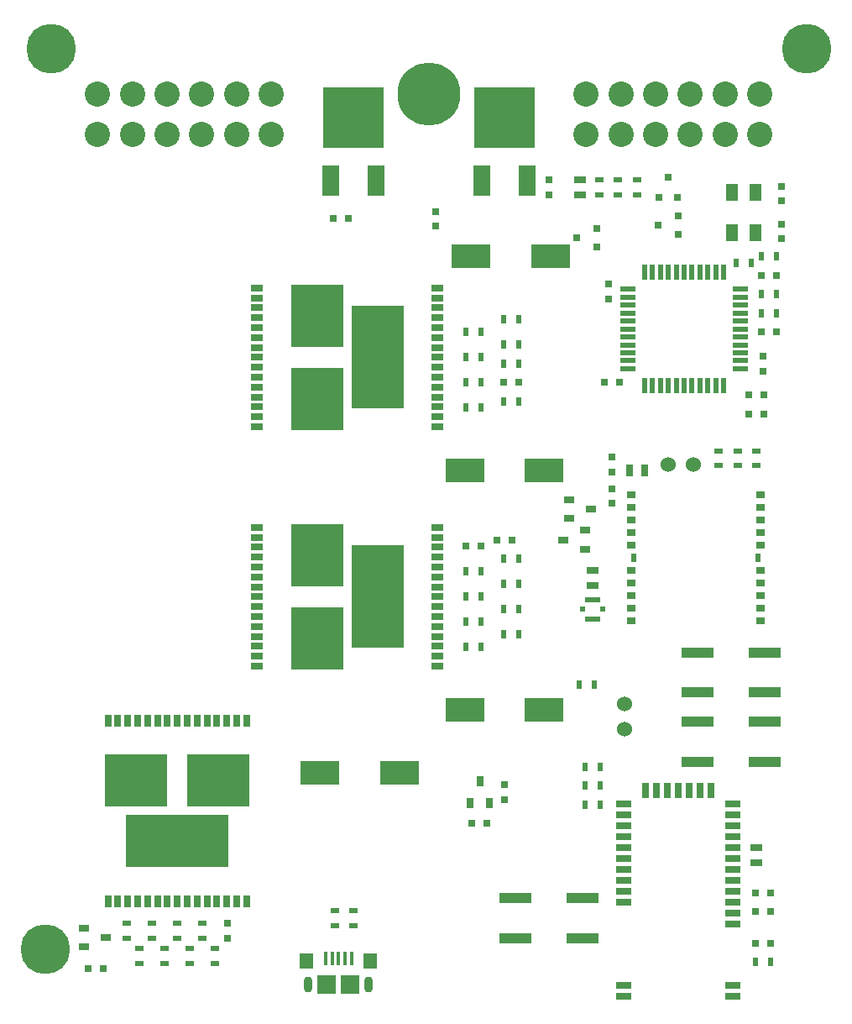
<source format=gts>
G04 #@! TF.FileFunction,Soldermask,Top*
%FSLAX46Y46*%
G04 Gerber Fmt 4.6, Leading zero omitted, Abs format (unit mm)*
G04 Created by KiCad (PCBNEW 4.0.4+dfsg1-stable) date Sun Apr 30 12:20:09 2017*
%MOMM*%
%LPD*%
G01*
G04 APERTURE LIST*
%ADD10C,0.150000*%
%ADD11R,0.900000X0.500000*%
%ADD12R,4.000500X2.400300*%
%ADD13R,0.800000X0.750000*%
%ADD14R,1.500000X0.550000*%
%ADD15R,0.550000X1.500000*%
%ADD16C,1.524000*%
%ADD17R,1.651000X3.048000*%
%ADD18R,6.096000X6.096000*%
%ADD19R,0.750000X0.800000*%
%ADD20R,0.800100X0.800100*%
%ADD21R,0.797560X0.797560*%
%ADD22C,5.000000*%
%ADD23R,0.635000X1.143000*%
%ADD24R,1.143000X0.635000*%
%ADD25R,0.500000X0.900000*%
%ADD26R,3.200000X1.000000*%
%ADD27R,0.670000X1.300000*%
%ADD28R,6.230000X5.250000*%
%ADD29R,10.300000X5.250000*%
%ADD30R,1.300000X0.670000*%
%ADD31R,5.250000X6.230000*%
%ADD32R,5.250000X10.300000*%
%ADD33R,0.920000X0.700000*%
%ADD34R,0.500000X0.920000*%
%ADD35R,1.200000X1.800000*%
%ADD36R,1.000760X0.800100*%
%ADD37R,0.800100X1.000760*%
%ADD38R,1.500000X0.700000*%
%ADD39R,0.700000X1.500000*%
%ADD40C,2.540000*%
%ADD41C,6.350000*%
%ADD42R,1.500000X0.600000*%
%ADD43R,0.550000X0.500000*%
%ADD44R,0.400000X1.350000*%
%ADD45R,1.900000X1.900000*%
%ADD46O,0.900000X1.600000*%
%ADD47R,1.400000X1.600000*%
G04 APERTURE END LIST*
D10*
D11*
X69925000Y-120360000D03*
X69925000Y-121860000D03*
D12*
X81164500Y-76025000D03*
X89165500Y-76025000D03*
D13*
X96710000Y-67135000D03*
X95210000Y-67135000D03*
D14*
X108962500Y-65737500D03*
X108962500Y-64937500D03*
X108962500Y-64137500D03*
X108962500Y-63337500D03*
X108962500Y-62537500D03*
X108962500Y-61737500D03*
X108962500Y-60937500D03*
X108962500Y-60137500D03*
X108962500Y-59337500D03*
X108962500Y-58537500D03*
X108962500Y-57737500D03*
D15*
X107262500Y-56037500D03*
X106462500Y-56037500D03*
X105662500Y-56037500D03*
X104862500Y-56037500D03*
X104062500Y-56037500D03*
X103262500Y-56037500D03*
X102462500Y-56037500D03*
X101662500Y-56037500D03*
X100862500Y-56037500D03*
X100062500Y-56037500D03*
X99262500Y-56037500D03*
D14*
X97562500Y-57737500D03*
X97562500Y-58537500D03*
X97562500Y-59337500D03*
X97562500Y-60137500D03*
X97562500Y-60937500D03*
X97562500Y-61737500D03*
X97562500Y-62537500D03*
X97562500Y-63337500D03*
X97562500Y-64137500D03*
X97562500Y-64937500D03*
X97562500Y-65737500D03*
D15*
X99262500Y-67437500D03*
X100062500Y-67437500D03*
X100862500Y-67437500D03*
X101662500Y-67437500D03*
X102462500Y-67437500D03*
X103262500Y-67437500D03*
X104062500Y-67437500D03*
X104862500Y-67437500D03*
X105662500Y-67437500D03*
X106462500Y-67437500D03*
X107262500Y-67437500D03*
D16*
X97230000Y-99520000D03*
X97230000Y-102060000D03*
X104215000Y-75390000D03*
X101675000Y-75390000D03*
D17*
X82879000Y-46815000D03*
D18*
X85165000Y-40465000D03*
D17*
X87451000Y-46815000D03*
X67639000Y-46815000D03*
D18*
X69925000Y-40465000D03*
D17*
X72211000Y-46815000D03*
D13*
X111085000Y-56340000D03*
X112585000Y-56340000D03*
D19*
X111200000Y-64480000D03*
X111200000Y-65980000D03*
D13*
X109815000Y-68405000D03*
X111315000Y-68405000D03*
D19*
X95642500Y-58677500D03*
X95642500Y-57177500D03*
D13*
X69405000Y-50625000D03*
X67905000Y-50625000D03*
D12*
X81799500Y-54435000D03*
X89800500Y-54435000D03*
D19*
X113105000Y-47335000D03*
X113105000Y-48835000D03*
X113105000Y-51145000D03*
X113105000Y-52645000D03*
D13*
X111085000Y-62055000D03*
X112585000Y-62055000D03*
D19*
X57225000Y-121630000D03*
X57225000Y-123130000D03*
D13*
X109815000Y-70310000D03*
X111315000Y-70310000D03*
D19*
X95960000Y-74640000D03*
X95960000Y-76140000D03*
X95960000Y-79315000D03*
X95960000Y-77815000D03*
D13*
X81240000Y-83645000D03*
X82740000Y-83645000D03*
D12*
X74560500Y-106505000D03*
X66559500Y-106505000D03*
D19*
X78180000Y-49875000D03*
X78180000Y-51375000D03*
X89610000Y-48200000D03*
X89610000Y-46700000D03*
D13*
X44640000Y-126190000D03*
X43140000Y-126190000D03*
D19*
X85165000Y-107660000D03*
X85165000Y-109160000D03*
D13*
X83375000Y-111585000D03*
X81875000Y-111585000D03*
X86550000Y-67135000D03*
X85050000Y-67135000D03*
X85915000Y-83010000D03*
X84415000Y-83010000D03*
D20*
X100725000Y-48450760D03*
X102625000Y-48450760D03*
X101675000Y-46451780D03*
X94420760Y-53480000D03*
X94420760Y-51580000D03*
X92421780Y-52530000D03*
X102675760Y-52210000D03*
X102675760Y-50310000D03*
X100676780Y-51260000D03*
D21*
X110450700Y-123650000D03*
X111949300Y-123650000D03*
D22*
X115645000Y-33480000D03*
X39445000Y-33480000D03*
X38810000Y-124285000D03*
D23*
X99262000Y-76025000D03*
X97738000Y-76025000D03*
D24*
X110565000Y-113998000D03*
X110565000Y-115522000D03*
X92785000Y-46688000D03*
X92785000Y-48212000D03*
X94055000Y-87582000D03*
X94055000Y-86058000D03*
D25*
X111085000Y-54435000D03*
X112585000Y-54435000D03*
D11*
X48335000Y-125670000D03*
X48335000Y-124170000D03*
X47065000Y-123130000D03*
X47065000Y-121630000D03*
X54685000Y-123130000D03*
X54685000Y-121630000D03*
X55955000Y-125670000D03*
X55955000Y-124170000D03*
X50875000Y-125670000D03*
X50875000Y-124170000D03*
X53415000Y-124170000D03*
X53415000Y-125670000D03*
X52145000Y-123130000D03*
X52145000Y-121630000D03*
X49605000Y-121630000D03*
X49605000Y-123130000D03*
X68020000Y-120360000D03*
X68020000Y-121860000D03*
D25*
X92670000Y-97615000D03*
X94170000Y-97615000D03*
X86550000Y-69040000D03*
X85050000Y-69040000D03*
X82740000Y-69675000D03*
X81240000Y-69675000D03*
X82740000Y-62055000D03*
X81240000Y-62055000D03*
X86550000Y-60785000D03*
X85050000Y-60785000D03*
X86550000Y-65230000D03*
X85050000Y-65230000D03*
X85050000Y-63325000D03*
X86550000Y-63325000D03*
X82740000Y-64595000D03*
X81240000Y-64595000D03*
X81240000Y-67135000D03*
X82740000Y-67135000D03*
X111085000Y-60150000D03*
X112585000Y-60150000D03*
X111085000Y-58245000D03*
X112585000Y-58245000D03*
X108545000Y-55070000D03*
X110045000Y-55070000D03*
D11*
X98500000Y-48200000D03*
X98500000Y-46700000D03*
X96595000Y-48200000D03*
X96595000Y-46700000D03*
X94690000Y-48200000D03*
X94690000Y-46700000D03*
D25*
X86550000Y-92535000D03*
X85050000Y-92535000D03*
X82740000Y-93805000D03*
X81240000Y-93805000D03*
X82740000Y-86185000D03*
X81240000Y-86185000D03*
X86550000Y-84915000D03*
X85050000Y-84915000D03*
X86550000Y-89995000D03*
X85050000Y-89995000D03*
X85050000Y-87455000D03*
X86550000Y-87455000D03*
X82740000Y-88725000D03*
X81240000Y-88725000D03*
X81240000Y-91265000D03*
X82740000Y-91265000D03*
X93305000Y-109680000D03*
X94805000Y-109680000D03*
X94805000Y-105870000D03*
X93305000Y-105870000D03*
D11*
X108660000Y-74005000D03*
X108660000Y-75505000D03*
X110565000Y-74005000D03*
X110565000Y-75505000D03*
X106755000Y-75505000D03*
X106755000Y-74005000D03*
D26*
X111425000Y-105330000D03*
X104625000Y-105330000D03*
X111425000Y-101330000D03*
X104625000Y-101330000D03*
X104625000Y-94345000D03*
X111425000Y-94345000D03*
X104625000Y-98345000D03*
X111425000Y-98345000D03*
X86210000Y-119110000D03*
X93010000Y-119110000D03*
X86210000Y-123110000D03*
X93010000Y-123110000D03*
D27*
X45145000Y-119415000D03*
X46145000Y-119415000D03*
X47145000Y-119415000D03*
X48145000Y-119415000D03*
X49145000Y-119415000D03*
X50145000Y-119415000D03*
X51145000Y-119415000D03*
X52145000Y-119415000D03*
X53145000Y-119415000D03*
X54145000Y-119415000D03*
X55145000Y-119415000D03*
X56145000Y-119415000D03*
X57145000Y-119415000D03*
X58145000Y-119415000D03*
X59145000Y-119415000D03*
X59145000Y-101215000D03*
X58145000Y-101215000D03*
X57145000Y-101215000D03*
X56145000Y-101215000D03*
X55145000Y-101215000D03*
X54145000Y-101215000D03*
X53145000Y-101215000D03*
X52145000Y-101215000D03*
X51145000Y-101215000D03*
X50145000Y-101215000D03*
X49145000Y-101215000D03*
X48145000Y-101215000D03*
X47145000Y-101215000D03*
X46145000Y-101215000D03*
X45145000Y-101215000D03*
D28*
X47980000Y-107265000D03*
X56310000Y-107265000D03*
D29*
X52145000Y-113365000D03*
D30*
X78390000Y-71595000D03*
X78390000Y-70595000D03*
X78390000Y-69595000D03*
X78390000Y-68595000D03*
X78390000Y-67595000D03*
X78390000Y-66595000D03*
X78390000Y-65595000D03*
X78390000Y-64595000D03*
X78390000Y-63595000D03*
X78390000Y-62595000D03*
X78390000Y-61595000D03*
X78390000Y-60595000D03*
X78390000Y-59595000D03*
X78390000Y-58595000D03*
X78390000Y-57595000D03*
X60190000Y-57595000D03*
X60190000Y-58595000D03*
X60190000Y-59595000D03*
X60190000Y-60595000D03*
X60190000Y-61595000D03*
X60190000Y-62595000D03*
X60190000Y-63595000D03*
X60190000Y-64595000D03*
X60190000Y-65595000D03*
X60190000Y-66595000D03*
X60190000Y-67595000D03*
X60190000Y-68595000D03*
X60190000Y-69595000D03*
X60190000Y-70595000D03*
X60190000Y-71595000D03*
D31*
X66240000Y-68760000D03*
X66240000Y-60430000D03*
D32*
X72340000Y-64595000D03*
D33*
X110965000Y-91165000D03*
X110965000Y-89895000D03*
X110965000Y-88625000D03*
X110965000Y-87355000D03*
X110965000Y-86085000D03*
X110965000Y-83545000D03*
X110965000Y-82275000D03*
X110965000Y-81005000D03*
X110965000Y-79735000D03*
X110965000Y-78465000D03*
X97965000Y-78465000D03*
X97965000Y-79735000D03*
X97965000Y-81005000D03*
X97965000Y-82275000D03*
X97965000Y-83545000D03*
X97965000Y-86085000D03*
X97965000Y-87355000D03*
X97965000Y-88625000D03*
X97965000Y-89895000D03*
X97965000Y-91165000D03*
D34*
X110715000Y-84815000D03*
X98215000Y-84815000D03*
D30*
X78390000Y-95725000D03*
X78390000Y-94725000D03*
X78390000Y-93725000D03*
X78390000Y-92725000D03*
X78390000Y-91725000D03*
X78390000Y-90725000D03*
X78390000Y-89725000D03*
X78390000Y-88725000D03*
X78390000Y-87725000D03*
X78390000Y-86725000D03*
X78390000Y-85725000D03*
X78390000Y-84725000D03*
X78390000Y-83725000D03*
X78390000Y-82725000D03*
X78390000Y-81725000D03*
X60190000Y-81725000D03*
X60190000Y-82725000D03*
X60190000Y-83725000D03*
X60190000Y-84725000D03*
X60190000Y-85725000D03*
X60190000Y-86725000D03*
X60190000Y-87725000D03*
X60190000Y-88725000D03*
X60190000Y-89725000D03*
X60190000Y-90725000D03*
X60190000Y-91725000D03*
X60190000Y-92725000D03*
X60190000Y-93725000D03*
X60190000Y-94725000D03*
X60190000Y-95725000D03*
D31*
X66240000Y-92890000D03*
X66240000Y-84560000D03*
D32*
X72340000Y-88725000D03*
D35*
X110495000Y-51990000D03*
X110495000Y-47990000D03*
X108095000Y-47990000D03*
X108095000Y-51990000D03*
D36*
X44958070Y-123046750D03*
X42758430Y-123999250D03*
X42758430Y-122094250D03*
X93853070Y-79866750D03*
X91653430Y-80819250D03*
X91653430Y-78914250D03*
X91081930Y-82978250D03*
X93281570Y-82025750D03*
X93281570Y-83930750D03*
D37*
X82656750Y-107341930D03*
X83609250Y-109541570D03*
X81704250Y-109541570D03*
D25*
X110450000Y-125555000D03*
X111950000Y-125555000D03*
X93305000Y-107775000D03*
X94805000Y-107775000D03*
D38*
X108160000Y-128975000D03*
X108160000Y-127875000D03*
X108160000Y-121675000D03*
X108160000Y-120575000D03*
X108160000Y-119475000D03*
X108160000Y-118375000D03*
X108160000Y-117275000D03*
X108160000Y-116175000D03*
X108160000Y-115075000D03*
X108160000Y-113975000D03*
X108160000Y-112875000D03*
X108160000Y-111775000D03*
X108160000Y-110675000D03*
X108160000Y-109575000D03*
D39*
X105960000Y-108275000D03*
X104860000Y-108275000D03*
X103760000Y-108275000D03*
X102660000Y-108275000D03*
X101560000Y-108275000D03*
X100460000Y-108275000D03*
X99360000Y-108275000D03*
D38*
X97160000Y-109575000D03*
X97160000Y-110675000D03*
X97160000Y-111775000D03*
X97160000Y-112875000D03*
X97160000Y-113975000D03*
X97160000Y-115075000D03*
X97160000Y-116175000D03*
X97160000Y-117275000D03*
X97160000Y-118375000D03*
X97160000Y-119475000D03*
X97160000Y-127875000D03*
X97160000Y-128975000D03*
D13*
X110450000Y-118570000D03*
X111950000Y-118570000D03*
X110450000Y-120475000D03*
X111950000Y-120475000D03*
D40*
X61625000Y-42100000D03*
X58125000Y-42100000D03*
X54625000Y-42100000D03*
X51125000Y-42100000D03*
X47625000Y-42100000D03*
X44125000Y-42100000D03*
X61625000Y-38100000D03*
X58125000Y-38100000D03*
X54625000Y-38100000D03*
X51125000Y-38100000D03*
X47625000Y-38100000D03*
X44125000Y-38100000D03*
X110875000Y-42100000D03*
X107375000Y-42100000D03*
X103875000Y-42100000D03*
X100375000Y-42100000D03*
X96875000Y-42100000D03*
X93375000Y-42100000D03*
X110875000Y-38100000D03*
X107375000Y-38100000D03*
X103875000Y-38100000D03*
X100375000Y-38100000D03*
X96875000Y-38100000D03*
X93375000Y-38100000D03*
D41*
X77500000Y-38100000D03*
D12*
X81164500Y-100155000D03*
X89165500Y-100155000D03*
D42*
X94055000Y-90995000D03*
X94055000Y-88995000D03*
D43*
X93030000Y-89995000D03*
X95080000Y-89995000D03*
D44*
X67101000Y-125166000D03*
X67751000Y-125166000D03*
X68400100Y-125166000D03*
X69051000Y-125166000D03*
X69701000Y-125166000D03*
D45*
X67201000Y-127841000D03*
X69601000Y-127841000D03*
D46*
X71451000Y-127841000D03*
X65351000Y-127841000D03*
D47*
X71601000Y-125441000D03*
X65201000Y-125441000D03*
M02*

</source>
